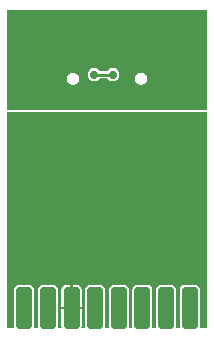
<source format=gbr>
%TF.GenerationSoftware,KiCad,Pcbnew,9.0.6-1.fc43*%
%TF.CreationDate,2025-12-11T01:11:35+10:30*%
%TF.ProjectId,fastboot_breakout,66617374-626f-46f7-945f-627265616b6f,1.1*%
%TF.SameCoordinates,Original*%
%TF.FileFunction,Copper,L2,Bot*%
%TF.FilePolarity,Positive*%
%FSLAX46Y46*%
G04 Gerber Fmt 4.6, Leading zero omitted, Abs format (unit mm)*
G04 Created by KiCad (PCBNEW 9.0.6-1.fc43) date 2025-12-11 01:11:35*
%MOMM*%
%LPD*%
G01*
G04 APERTURE LIST*
G04 Aperture macros list*
%AMRoundRect*
0 Rectangle with rounded corners*
0 $1 Rounding radius*
0 $2 $3 $4 $5 $6 $7 $8 $9 X,Y pos of 4 corners*
0 Add a 4 corners polygon primitive as box body*
4,1,4,$2,$3,$4,$5,$6,$7,$8,$9,$2,$3,0*
0 Add four circle primitives for the rounded corners*
1,1,$1+$1,$2,$3*
1,1,$1+$1,$4,$5*
1,1,$1+$1,$6,$7*
1,1,$1+$1,$8,$9*
0 Add four rect primitives between the rounded corners*
20,1,$1+$1,$2,$3,$4,$5,0*
20,1,$1+$1,$4,$5,$6,$7,0*
20,1,$1+$1,$6,$7,$8,$9,0*
20,1,$1+$1,$8,$9,$2,$3,0*%
G04 Aperture macros list end*
%TA.AperFunction,SMDPad,CuDef*%
%ADD10RoundRect,0.195000X0.455000X1.555000X-0.455000X1.555000X-0.455000X-1.555000X0.455000X-1.555000X0*%
%TD*%
%TA.AperFunction,ViaPad*%
%ADD11C,0.700000*%
%TD*%
%TA.AperFunction,Conductor*%
%ADD12C,0.250000*%
%TD*%
G04 APERTURE END LIST*
D10*
%TO.P,J1,1,Pin_1*%
%TO.N,/MCU_Vref*%
X152592857Y-110721000D03*
%TO.P,J1,2,Pin_2*%
%TO.N,/MCU_RX*%
X150592857Y-110721000D03*
%TO.P,J1,3,Pin_3*%
%TO.N,/MCU_TX*%
X148592857Y-110721000D03*
%TO.P,J1,4,Pin_4*%
%TO.N,/MCU_SWCLK*%
X146592857Y-110721000D03*
%TO.P,J1,5,Pin_5*%
%TO.N,/MCU_SWDIO*%
X144592857Y-110721000D03*
%TO.P,J1,6,Pin_6*%
%TO.N,GND*%
X142592857Y-110721000D03*
%TO.P,J1,7,Pin_7*%
%TO.N,/MCU_NC1*%
X140592857Y-110721000D03*
%TO.P,J1,8,Pin_8*%
%TO.N,/MCU_NC2*%
X138592857Y-110721000D03*
%TD*%
D11*
%TO.N,/Shield*%
X148592857Y-88971000D03*
X150092857Y-89871000D03*
X153092857Y-91971000D03*
X139592857Y-89871000D03*
X141092857Y-89871000D03*
X153092857Y-87471000D03*
X148592857Y-85971000D03*
X138092857Y-85971000D03*
X153092857Y-93471000D03*
X150092857Y-85971000D03*
X141092857Y-85971000D03*
X153092857Y-85971000D03*
X142592857Y-87471000D03*
X151592857Y-85971000D03*
X138092857Y-87471000D03*
X142592857Y-88971000D03*
X138092857Y-91971000D03*
X153092857Y-88971000D03*
X153092857Y-90471000D03*
X138092857Y-90471000D03*
X148592857Y-87471000D03*
X151592857Y-89871000D03*
X138092857Y-93471000D03*
X138092857Y-88971000D03*
X139592857Y-85971000D03*
X142592857Y-85971000D03*
%TO.N,GND*%
X137592857Y-94971000D03*
X147592857Y-105971000D03*
X143842857Y-98171000D03*
X150592857Y-101471000D03*
X140592857Y-98171000D03*
X153592857Y-105971000D03*
X147592857Y-98171000D03*
X147092857Y-101471000D03*
X137592857Y-97971000D03*
X151092857Y-105971000D03*
X141592857Y-103471000D03*
X141592857Y-105971000D03*
X137592857Y-100971000D03*
X153592857Y-96971000D03*
X137592857Y-103471000D03*
X150592857Y-98171000D03*
X153592857Y-102971000D03*
X141592857Y-100971000D03*
%TO.N,/D+*%
X146092857Y-90971000D03*
X144517857Y-90971000D03*
%TD*%
D12*
%TO.N,/D+*%
X144517857Y-90971000D02*
X146092857Y-90971000D01*
%TD*%
%TA.AperFunction,Conductor*%
%TO.N,GND*%
G36*
X137217357Y-94176500D02*
G01*
X137217361Y-94176500D01*
X153968351Y-94176500D01*
X153968357Y-94176500D01*
X154009118Y-94172117D01*
X154059059Y-94184442D01*
X154089394Y-94225985D01*
X154092357Y-94246886D01*
X154092357Y-112395300D01*
X154074764Y-112443638D01*
X154030215Y-112469358D01*
X154017157Y-112470500D01*
X153505529Y-112470500D01*
X153457191Y-112452907D01*
X153431471Y-112408358D01*
X153431255Y-112383536D01*
X153443357Y-112307128D01*
X153443357Y-109134872D01*
X153428689Y-109042260D01*
X153371812Y-108930633D01*
X153371811Y-108930632D01*
X153371810Y-108930630D01*
X153283226Y-108842046D01*
X153171597Y-108785168D01*
X153171599Y-108785168D01*
X153078987Y-108770500D01*
X153078985Y-108770500D01*
X152106729Y-108770500D01*
X152106726Y-108770500D01*
X152014115Y-108785168D01*
X151902487Y-108842046D01*
X151813903Y-108930630D01*
X151757025Y-109042258D01*
X151742357Y-109134869D01*
X151742357Y-112307129D01*
X151754459Y-112383536D01*
X151744644Y-112434031D01*
X151704668Y-112466403D01*
X151680185Y-112470500D01*
X151505529Y-112470500D01*
X151457191Y-112452907D01*
X151431471Y-112408358D01*
X151431255Y-112383536D01*
X151443357Y-112307128D01*
X151443357Y-109134872D01*
X151428689Y-109042260D01*
X151371812Y-108930633D01*
X151371811Y-108930632D01*
X151371810Y-108930630D01*
X151283226Y-108842046D01*
X151171597Y-108785168D01*
X151171599Y-108785168D01*
X151078987Y-108770500D01*
X151078985Y-108770500D01*
X150106729Y-108770500D01*
X150106726Y-108770500D01*
X150014115Y-108785168D01*
X149902487Y-108842046D01*
X149813903Y-108930630D01*
X149757025Y-109042258D01*
X149742357Y-109134869D01*
X149742357Y-112307129D01*
X149754459Y-112383536D01*
X149744644Y-112434031D01*
X149704668Y-112466403D01*
X149680185Y-112470500D01*
X149505529Y-112470500D01*
X149457191Y-112452907D01*
X149431471Y-112408358D01*
X149431255Y-112383536D01*
X149443357Y-112307128D01*
X149443357Y-109134872D01*
X149428689Y-109042260D01*
X149371812Y-108930633D01*
X149371811Y-108930632D01*
X149371810Y-108930630D01*
X149283226Y-108842046D01*
X149171597Y-108785168D01*
X149171599Y-108785168D01*
X149078987Y-108770500D01*
X149078985Y-108770500D01*
X148106729Y-108770500D01*
X148106726Y-108770500D01*
X148014115Y-108785168D01*
X147902487Y-108842046D01*
X147813903Y-108930630D01*
X147757025Y-109042258D01*
X147742357Y-109134869D01*
X147742357Y-112307129D01*
X147754459Y-112383536D01*
X147744644Y-112434031D01*
X147704668Y-112466403D01*
X147680185Y-112470500D01*
X147505529Y-112470500D01*
X147457191Y-112452907D01*
X147431471Y-112408358D01*
X147431255Y-112383536D01*
X147443357Y-112307128D01*
X147443357Y-109134872D01*
X147428689Y-109042260D01*
X147371812Y-108930633D01*
X147371811Y-108930632D01*
X147371810Y-108930630D01*
X147283226Y-108842046D01*
X147171597Y-108785168D01*
X147171599Y-108785168D01*
X147078987Y-108770500D01*
X147078985Y-108770500D01*
X146106729Y-108770500D01*
X146106726Y-108770500D01*
X146014115Y-108785168D01*
X145902487Y-108842046D01*
X145813903Y-108930630D01*
X145757025Y-109042258D01*
X145742357Y-109134869D01*
X145742357Y-112307129D01*
X145754459Y-112383536D01*
X145744644Y-112434031D01*
X145704668Y-112466403D01*
X145680185Y-112470500D01*
X145505529Y-112470500D01*
X145457191Y-112452907D01*
X145431471Y-112408358D01*
X145431255Y-112383536D01*
X145443357Y-112307128D01*
X145443357Y-109134872D01*
X145428689Y-109042260D01*
X145371812Y-108930633D01*
X145371811Y-108930632D01*
X145371810Y-108930630D01*
X145283226Y-108842046D01*
X145171597Y-108785168D01*
X145171599Y-108785168D01*
X145078987Y-108770500D01*
X145078985Y-108770500D01*
X144106729Y-108770500D01*
X144106726Y-108770500D01*
X144014115Y-108785168D01*
X143902487Y-108842046D01*
X143813903Y-108930630D01*
X143757025Y-109042258D01*
X143742357Y-109134869D01*
X143742357Y-112307129D01*
X143754459Y-112383536D01*
X143744644Y-112434031D01*
X143704668Y-112466403D01*
X143680185Y-112470500D01*
X143508263Y-112470500D01*
X143459925Y-112452907D01*
X143434205Y-112408358D01*
X143433989Y-112383536D01*
X143446056Y-112307343D01*
X143446057Y-112307336D01*
X143446057Y-110822600D01*
X141739657Y-110822600D01*
X141739657Y-112307343D01*
X141751725Y-112383536D01*
X141741910Y-112434031D01*
X141701933Y-112466403D01*
X141677451Y-112470500D01*
X141505529Y-112470500D01*
X141457191Y-112452907D01*
X141431471Y-112408358D01*
X141431255Y-112383536D01*
X141443357Y-112307128D01*
X141443357Y-109134872D01*
X141443323Y-109134656D01*
X141739657Y-109134656D01*
X141739657Y-110619400D01*
X142491257Y-110619400D01*
X142694457Y-110619400D01*
X143446057Y-110619400D01*
X143446057Y-109134664D01*
X143446056Y-109134656D01*
X143431288Y-109041413D01*
X143374022Y-108929023D01*
X143284833Y-108839834D01*
X143172442Y-108782568D01*
X143172444Y-108782568D01*
X143079200Y-108767800D01*
X142694457Y-108767800D01*
X142694457Y-110619400D01*
X142491257Y-110619400D01*
X142491257Y-108767800D01*
X142106513Y-108767800D01*
X142013270Y-108782568D01*
X141900880Y-108839834D01*
X141811691Y-108929023D01*
X141754425Y-109041413D01*
X141739657Y-109134656D01*
X141443323Y-109134656D01*
X141428689Y-109042260D01*
X141371812Y-108930633D01*
X141371811Y-108930632D01*
X141371810Y-108930630D01*
X141283226Y-108842046D01*
X141171597Y-108785168D01*
X141171599Y-108785168D01*
X141078987Y-108770500D01*
X141078985Y-108770500D01*
X140106729Y-108770500D01*
X140106726Y-108770500D01*
X140014115Y-108785168D01*
X139902487Y-108842046D01*
X139813903Y-108930630D01*
X139757025Y-109042258D01*
X139742357Y-109134869D01*
X139742357Y-112307129D01*
X139754459Y-112383536D01*
X139744644Y-112434031D01*
X139704668Y-112466403D01*
X139680185Y-112470500D01*
X139505529Y-112470500D01*
X139457191Y-112452907D01*
X139431471Y-112408358D01*
X139431255Y-112383536D01*
X139443357Y-112307128D01*
X139443357Y-109134872D01*
X139428689Y-109042260D01*
X139371812Y-108930633D01*
X139371811Y-108930632D01*
X139371810Y-108930630D01*
X139283226Y-108842046D01*
X139171597Y-108785168D01*
X139171599Y-108785168D01*
X139078987Y-108770500D01*
X139078985Y-108770500D01*
X138106729Y-108770500D01*
X138106726Y-108770500D01*
X138014115Y-108785168D01*
X137902487Y-108842046D01*
X137813903Y-108930630D01*
X137757025Y-109042258D01*
X137742357Y-109134869D01*
X137742357Y-112307129D01*
X137754459Y-112383536D01*
X137744644Y-112434031D01*
X137704668Y-112466403D01*
X137680185Y-112470500D01*
X137168557Y-112470500D01*
X137120219Y-112452907D01*
X137094499Y-112408358D01*
X137093357Y-112395300D01*
X137093357Y-94245456D01*
X137110950Y-94197118D01*
X137155499Y-94171398D01*
X137179259Y-94171022D01*
X137217357Y-94176500D01*
G37*
%TD.AperFunction*%
%TD*%
%TA.AperFunction,Conductor*%
%TO.N,/Shield*%
G36*
X154035396Y-85491185D02*
G01*
X154081151Y-85543989D01*
X154092357Y-85595500D01*
X154092357Y-93847000D01*
X154072672Y-93914039D01*
X154019868Y-93959794D01*
X153968357Y-93971000D01*
X137217357Y-93971000D01*
X137150318Y-93951315D01*
X137104563Y-93898511D01*
X137093357Y-93847000D01*
X137093357Y-91258133D01*
X142187357Y-91258133D01*
X142187357Y-91393867D01*
X142221557Y-91521500D01*
X142222489Y-91524978D01*
X142290352Y-91642520D01*
X142290354Y-91642522D01*
X142290355Y-91642524D01*
X142386333Y-91738502D01*
X142386334Y-91738503D01*
X142386336Y-91738504D01*
X142503878Y-91806367D01*
X142503879Y-91806367D01*
X142503882Y-91806369D01*
X142634990Y-91841500D01*
X142634992Y-91841500D01*
X142770722Y-91841500D01*
X142770724Y-91841500D01*
X142901832Y-91806369D01*
X143019381Y-91738502D01*
X143115359Y-91642524D01*
X143183226Y-91524975D01*
X143218357Y-91393867D01*
X143218357Y-91258133D01*
X143183226Y-91127025D01*
X143134988Y-91043475D01*
X143115361Y-91009479D01*
X143115356Y-91009473D01*
X143019383Y-90913500D01*
X143019377Y-90913495D01*
X142993448Y-90898525D01*
X143967357Y-90898525D01*
X143967357Y-91043475D01*
X144004873Y-91183485D01*
X144004874Y-91183488D01*
X144077345Y-91309011D01*
X144077347Y-91309013D01*
X144077348Y-91309015D01*
X144179842Y-91411509D01*
X144179843Y-91411510D01*
X144179845Y-91411511D01*
X144305368Y-91483982D01*
X144305369Y-91483982D01*
X144305372Y-91483984D01*
X144445382Y-91521500D01*
X144445385Y-91521500D01*
X144590329Y-91521500D01*
X144590332Y-91521500D01*
X144730342Y-91483984D01*
X144855872Y-91411509D01*
X144934563Y-91332818D01*
X144995887Y-91299334D01*
X145022244Y-91296500D01*
X145588470Y-91296500D01*
X145655509Y-91316185D01*
X145676151Y-91332818D01*
X145754842Y-91411509D01*
X145754844Y-91411510D01*
X145754845Y-91411511D01*
X145880368Y-91483982D01*
X145880369Y-91483982D01*
X145880372Y-91483984D01*
X146020382Y-91521500D01*
X146020385Y-91521500D01*
X146165329Y-91521500D01*
X146165332Y-91521500D01*
X146305342Y-91483984D01*
X146430872Y-91411509D01*
X146533366Y-91309015D01*
X146562743Y-91258133D01*
X147967357Y-91258133D01*
X147967357Y-91393867D01*
X148001557Y-91521500D01*
X148002489Y-91524978D01*
X148070352Y-91642520D01*
X148070354Y-91642522D01*
X148070355Y-91642524D01*
X148166333Y-91738502D01*
X148166334Y-91738503D01*
X148166336Y-91738504D01*
X148283878Y-91806367D01*
X148283879Y-91806367D01*
X148283882Y-91806369D01*
X148414990Y-91841500D01*
X148414992Y-91841500D01*
X148550722Y-91841500D01*
X148550724Y-91841500D01*
X148681832Y-91806369D01*
X148799381Y-91738502D01*
X148895359Y-91642524D01*
X148963226Y-91524975D01*
X148998357Y-91393867D01*
X148998357Y-91258133D01*
X148963226Y-91127025D01*
X148914988Y-91043475D01*
X148895361Y-91009479D01*
X148895356Y-91009473D01*
X148799383Y-90913500D01*
X148799377Y-90913495D01*
X148681835Y-90845632D01*
X148681836Y-90845632D01*
X148666341Y-90841480D01*
X148550724Y-90810500D01*
X148414990Y-90810500D01*
X148299372Y-90841480D01*
X148283878Y-90845632D01*
X148166336Y-90913495D01*
X148166330Y-90913500D01*
X148070357Y-91009473D01*
X148070352Y-91009479D01*
X148002489Y-91127021D01*
X148002488Y-91127025D01*
X147967357Y-91258133D01*
X146562743Y-91258133D01*
X146605841Y-91183485D01*
X146643357Y-91043475D01*
X146643357Y-90898525D01*
X146605841Y-90758515D01*
X146538955Y-90642666D01*
X146533368Y-90632988D01*
X146533363Y-90632982D01*
X146430874Y-90530493D01*
X146430868Y-90530488D01*
X146305345Y-90458017D01*
X146305346Y-90458017D01*
X146293863Y-90454940D01*
X146165332Y-90420500D01*
X146020382Y-90420500D01*
X145891850Y-90454940D01*
X145880368Y-90458017D01*
X145754845Y-90530488D01*
X145676151Y-90609182D01*
X145614827Y-90642666D01*
X145588470Y-90645500D01*
X145022244Y-90645500D01*
X144955205Y-90625815D01*
X144934563Y-90609182D01*
X144855872Y-90530491D01*
X144855869Y-90530489D01*
X144855868Y-90530488D01*
X144730345Y-90458017D01*
X144730346Y-90458017D01*
X144718863Y-90454940D01*
X144590332Y-90420500D01*
X144445382Y-90420500D01*
X144316850Y-90454940D01*
X144305368Y-90458017D01*
X144179845Y-90530488D01*
X144179839Y-90530493D01*
X144077350Y-90632982D01*
X144077345Y-90632988D01*
X144004874Y-90758511D01*
X144004873Y-90758515D01*
X143967357Y-90898525D01*
X142993448Y-90898525D01*
X142901835Y-90845632D01*
X142901836Y-90845632D01*
X142886341Y-90841480D01*
X142770724Y-90810500D01*
X142634990Y-90810500D01*
X142519372Y-90841480D01*
X142503878Y-90845632D01*
X142386336Y-90913495D01*
X142386330Y-90913500D01*
X142290357Y-91009473D01*
X142290352Y-91009479D01*
X142222489Y-91127021D01*
X142222488Y-91127025D01*
X142187357Y-91258133D01*
X137093357Y-91258133D01*
X137093357Y-85595500D01*
X137113042Y-85528461D01*
X137165846Y-85482706D01*
X137217357Y-85471500D01*
X153968357Y-85471500D01*
X154035396Y-85491185D01*
G37*
%TD.AperFunction*%
%TD*%
M02*

</source>
